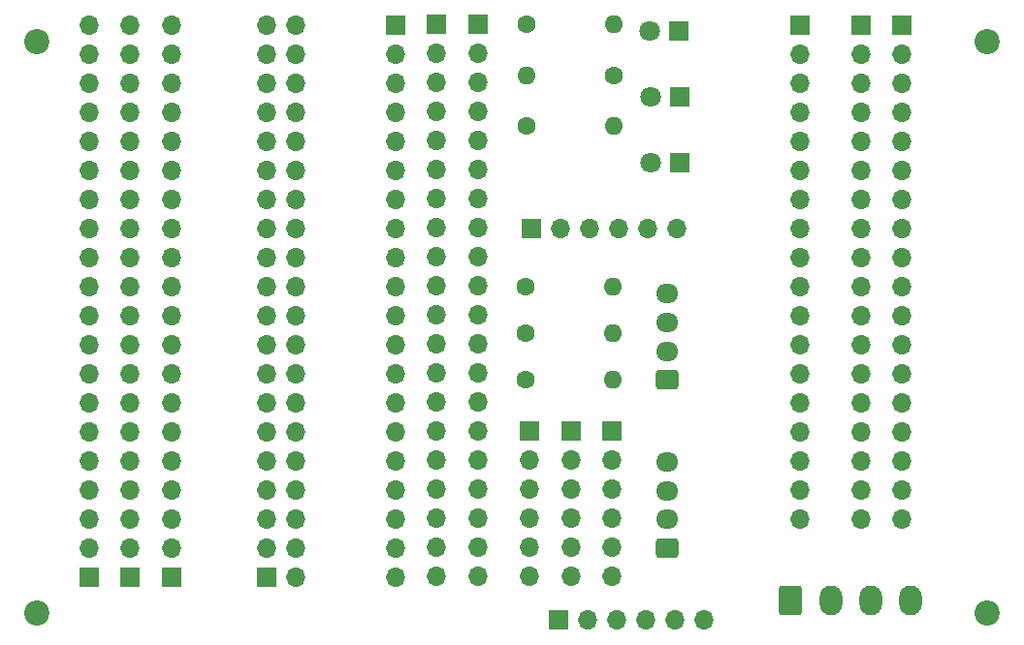
<source format=gbr>
%TF.GenerationSoftware,KiCad,Pcbnew,7.0.5-0*%
%TF.CreationDate,2023-10-01T14:36:37-07:00*%
%TF.ProjectId,FONA_pi,464f4e41-5f70-4692-9e6b-696361645f70,rev?*%
%TF.SameCoordinates,Original*%
%TF.FileFunction,Soldermask,Bot*%
%TF.FilePolarity,Negative*%
%FSLAX46Y46*%
G04 Gerber Fmt 4.6, Leading zero omitted, Abs format (unit mm)*
G04 Created by KiCad (PCBNEW 7.0.5-0) date 2023-10-01 14:36:37*
%MOMM*%
%LPD*%
G01*
G04 APERTURE LIST*
G04 Aperture macros list*
%AMRoundRect*
0 Rectangle with rounded corners*
0 $1 Rounding radius*
0 $2 $3 $4 $5 $6 $7 $8 $9 X,Y pos of 4 corners*
0 Add a 4 corners polygon primitive as box body*
4,1,4,$2,$3,$4,$5,$6,$7,$8,$9,$2,$3,0*
0 Add four circle primitives for the rounded corners*
1,1,$1+$1,$2,$3*
1,1,$1+$1,$4,$5*
1,1,$1+$1,$6,$7*
1,1,$1+$1,$8,$9*
0 Add four rect primitives between the rounded corners*
20,1,$1+$1,$2,$3,$4,$5,0*
20,1,$1+$1,$4,$5,$6,$7,0*
20,1,$1+$1,$6,$7,$8,$9,0*
20,1,$1+$1,$8,$9,$2,$3,0*%
G04 Aperture macros list end*
%ADD10R,1.700000X1.700000*%
%ADD11O,1.700000X1.700000*%
%ADD12C,1.600000*%
%ADD13O,1.600000X1.600000*%
%ADD14R,1.800000X1.800000*%
%ADD15C,1.800000*%
%ADD16RoundRect,0.250000X0.725000X-0.600000X0.725000X0.600000X-0.725000X0.600000X-0.725000X-0.600000X0*%
%ADD17O,1.950000X1.700000*%
%ADD18C,2.200000*%
%ADD19RoundRect,0.250000X-0.750000X-1.050000X0.750000X-1.050000X0.750000X1.050000X-0.750000X1.050000X0*%
%ADD20O,2.000000X2.600000*%
G04 APERTURE END LIST*
D10*
%TO.C,J5*%
X147955000Y-60934600D03*
D11*
X147955000Y-63474600D03*
X147955000Y-66014600D03*
X147955000Y-68554600D03*
X147955000Y-71094600D03*
X147955000Y-73634600D03*
X147955000Y-76174600D03*
X147955000Y-78714600D03*
X147955000Y-81254600D03*
X147955000Y-83794600D03*
X147955000Y-86334600D03*
X147955000Y-88874600D03*
X147955000Y-91414600D03*
X147955000Y-93954600D03*
X147955000Y-96494600D03*
X147955000Y-99034600D03*
X147955000Y-101574600D03*
X147955000Y-104114600D03*
%TD*%
D12*
%TO.C,R1*%
X124104400Y-69773800D03*
D13*
X131724400Y-69773800D03*
%TD*%
D10*
%TO.C,J13*%
X124383800Y-96418400D03*
D11*
X124383800Y-98958400D03*
X124383800Y-101498400D03*
X124383800Y-104038400D03*
X124383800Y-106578400D03*
X124383800Y-109118400D03*
%TD*%
D10*
%TO.C,J6*%
X153286400Y-60960000D03*
D11*
X153286400Y-63500000D03*
X153286400Y-66040000D03*
X153286400Y-68580000D03*
X153286400Y-71120000D03*
X153286400Y-73660000D03*
X153286400Y-76200000D03*
X153286400Y-78740000D03*
X153286400Y-81280000D03*
X153286400Y-83820000D03*
X153286400Y-86360000D03*
X153286400Y-88900000D03*
X153286400Y-91440000D03*
X153286400Y-93980000D03*
X153286400Y-96520000D03*
X153286400Y-99060000D03*
X153286400Y-101600000D03*
X153286400Y-104140000D03*
%TD*%
D12*
%TO.C,R6*%
X124053600Y-91922600D03*
D13*
X131673600Y-91922600D03*
%TD*%
D14*
%TO.C,D3*%
X137439400Y-72948800D03*
D15*
X134899400Y-72948800D03*
%TD*%
D12*
%TO.C,R3*%
X124104400Y-60883800D03*
D13*
X131724400Y-60883800D03*
%TD*%
D16*
%TO.C,J9*%
X136347200Y-106629200D03*
D17*
X136347200Y-104129200D03*
X136347200Y-101629200D03*
X136347200Y-99129200D03*
%TD*%
D12*
%TO.C,R2*%
X131724400Y-65328800D03*
D13*
X124104400Y-65328800D03*
%TD*%
D12*
%TO.C,R4*%
X124053600Y-83822600D03*
D13*
X131673600Y-83822600D03*
%TD*%
D18*
%TO.C,REF\u002A\u002A*%
X81360000Y-62340000D03*
%TD*%
%TO.C,REF\u002A\u002A*%
X164360000Y-112340000D03*
%TD*%
D10*
%TO.C,J15*%
X131523800Y-96418400D03*
D11*
X131523800Y-98958400D03*
X131523800Y-101498400D03*
X131523800Y-104038400D03*
X131523800Y-106578400D03*
X131523800Y-109118400D03*
%TD*%
D12*
%TO.C,R5*%
X124053600Y-87872600D03*
D13*
X131673600Y-87872600D03*
%TD*%
D10*
%TO.C,J2*%
X101447600Y-109169200D03*
D11*
X103987600Y-109169200D03*
X101447600Y-106629200D03*
X103987600Y-106629200D03*
X101447600Y-104089200D03*
X103987600Y-104089200D03*
X101447600Y-101549200D03*
X103987600Y-101549200D03*
X101447600Y-99009200D03*
X103987600Y-99009200D03*
X101447600Y-96469200D03*
X103987600Y-96469200D03*
X101447600Y-93929200D03*
X103987600Y-93929200D03*
X101447600Y-91389200D03*
X103987600Y-91389200D03*
X101447600Y-88849200D03*
X103987600Y-88849200D03*
X101447600Y-86309200D03*
X103987600Y-86309200D03*
X101447600Y-83769200D03*
X103987600Y-83769200D03*
X101447600Y-81229200D03*
X103987600Y-81229200D03*
X101447600Y-78689200D03*
X103987600Y-78689200D03*
X101447600Y-76149200D03*
X103987600Y-76149200D03*
X101447600Y-73609200D03*
X103987600Y-73609200D03*
X101447600Y-71069200D03*
X103987600Y-71069200D03*
X101447600Y-68529200D03*
X103987600Y-68529200D03*
X101447600Y-65989200D03*
X103987600Y-65989200D03*
X101447600Y-63449200D03*
X103987600Y-63449200D03*
X101447600Y-60909200D03*
X103987600Y-60909200D03*
%TD*%
D14*
%TO.C,D2*%
X137444400Y-67233800D03*
D15*
X134904400Y-67233800D03*
%TD*%
D18*
%TO.C,REF\u002A\u002A*%
X164360000Y-62340000D03*
%TD*%
D10*
%TO.C,J4*%
X119862600Y-60883800D03*
D11*
X119862600Y-63423800D03*
X119862600Y-65963800D03*
X119862600Y-68503800D03*
X119862600Y-71043800D03*
X119862600Y-73583800D03*
X119862600Y-76123800D03*
X119862600Y-78663800D03*
X119862600Y-81203800D03*
X119862600Y-83743800D03*
X119862600Y-86283800D03*
X119862600Y-88823800D03*
X119862600Y-91363800D03*
X119862600Y-93903800D03*
X119862600Y-96443800D03*
X119862600Y-98983800D03*
X119862600Y-101523800D03*
X119862600Y-104063800D03*
X119862600Y-106603800D03*
X119862600Y-109143800D03*
%TD*%
D10*
%TO.C,J17*%
X126898400Y-112928400D03*
D11*
X129438400Y-112928400D03*
X131978400Y-112928400D03*
X134518400Y-112928400D03*
X137058400Y-112928400D03*
X139598400Y-112928400D03*
%TD*%
D10*
%TO.C,J11*%
X89486800Y-109160000D03*
D11*
X89486800Y-106620000D03*
X89486800Y-104080000D03*
X89486800Y-101540000D03*
X89486800Y-99000000D03*
X89486800Y-96460000D03*
X89486800Y-93920000D03*
X89486800Y-91380000D03*
X89486800Y-88840000D03*
X89486800Y-86300000D03*
X89486800Y-83760000D03*
X89486800Y-81220000D03*
X89486800Y-78680000D03*
X89486800Y-76140000D03*
X89486800Y-73600000D03*
X89486800Y-71060000D03*
X89486800Y-68520000D03*
X89486800Y-65980000D03*
X89486800Y-63440000D03*
X89486800Y-60900000D03*
%TD*%
D10*
%TO.C,J12*%
X85877400Y-109160000D03*
D11*
X85877400Y-106620000D03*
X85877400Y-104080000D03*
X85877400Y-101540000D03*
X85877400Y-99000000D03*
X85877400Y-96460000D03*
X85877400Y-93920000D03*
X85877400Y-91380000D03*
X85877400Y-88840000D03*
X85877400Y-86300000D03*
X85877400Y-83760000D03*
X85877400Y-81220000D03*
X85877400Y-78680000D03*
X85877400Y-76140000D03*
X85877400Y-73600000D03*
X85877400Y-71060000D03*
X85877400Y-68520000D03*
X85877400Y-65980000D03*
X85877400Y-63440000D03*
X85877400Y-60900000D03*
%TD*%
D10*
%TO.C,J1*%
X93091000Y-109169200D03*
D11*
X93091000Y-106629200D03*
X93091000Y-104089200D03*
X93091000Y-101549200D03*
X93091000Y-99009200D03*
X93091000Y-96469200D03*
X93091000Y-93929200D03*
X93091000Y-91389200D03*
X93091000Y-88849200D03*
X93091000Y-86309200D03*
X93091000Y-83769200D03*
X93091000Y-81229200D03*
X93091000Y-78689200D03*
X93091000Y-76149200D03*
X93091000Y-73609200D03*
X93091000Y-71069200D03*
X93091000Y-68529200D03*
X93091000Y-65989200D03*
X93091000Y-63449200D03*
X93091000Y-60909200D03*
%TD*%
D10*
%TO.C,J8*%
X156870400Y-60960000D03*
D11*
X156870400Y-63500000D03*
X156870400Y-66040000D03*
X156870400Y-68580000D03*
X156870400Y-71120000D03*
X156870400Y-73660000D03*
X156870400Y-76200000D03*
X156870400Y-78740000D03*
X156870400Y-81280000D03*
X156870400Y-83820000D03*
X156870400Y-86360000D03*
X156870400Y-88900000D03*
X156870400Y-91440000D03*
X156870400Y-93980000D03*
X156870400Y-96520000D03*
X156870400Y-99060000D03*
X156870400Y-101600000D03*
X156870400Y-104140000D03*
%TD*%
D18*
%TO.C,REF\u002A\u002A*%
X81360000Y-112340000D03*
%TD*%
D16*
%TO.C,J10*%
X136347200Y-91929600D03*
D17*
X136347200Y-89429600D03*
X136347200Y-86929600D03*
X136347200Y-84429600D03*
%TD*%
D10*
%TO.C,J16*%
X124561600Y-78689200D03*
D11*
X127101600Y-78689200D03*
X129641600Y-78689200D03*
X132181600Y-78689200D03*
X134721600Y-78689200D03*
X137261600Y-78689200D03*
%TD*%
D10*
%TO.C,J3*%
X112649000Y-60960000D03*
D11*
X112649000Y-63500000D03*
X112649000Y-66040000D03*
X112649000Y-68580000D03*
X112649000Y-71120000D03*
X112649000Y-73660000D03*
X112649000Y-76200000D03*
X112649000Y-78740000D03*
X112649000Y-81280000D03*
X112649000Y-83820000D03*
X112649000Y-86360000D03*
X112649000Y-88900000D03*
X112649000Y-91440000D03*
X112649000Y-93980000D03*
X112649000Y-96520000D03*
X112649000Y-99060000D03*
X112649000Y-101600000D03*
X112649000Y-104140000D03*
X112649000Y-106680000D03*
X112649000Y-109220000D03*
%TD*%
D10*
%TO.C,J7*%
X116230400Y-60883800D03*
D11*
X116230400Y-63423800D03*
X116230400Y-65963800D03*
X116230400Y-68503800D03*
X116230400Y-71043800D03*
X116230400Y-73583800D03*
X116230400Y-76123800D03*
X116230400Y-78663800D03*
X116230400Y-81203800D03*
X116230400Y-83743800D03*
X116230400Y-86283800D03*
X116230400Y-88823800D03*
X116230400Y-91363800D03*
X116230400Y-93903800D03*
X116230400Y-96443800D03*
X116230400Y-98983800D03*
X116230400Y-101523800D03*
X116230400Y-104063800D03*
X116230400Y-106603800D03*
X116230400Y-109143800D03*
%TD*%
D14*
%TO.C,D1*%
X137414000Y-61468000D03*
D15*
X134874000Y-61468000D03*
%TD*%
D10*
%TO.C,J14*%
X127967800Y-96418400D03*
D11*
X127967800Y-98958400D03*
X127967800Y-101498400D03*
X127967800Y-104038400D03*
X127967800Y-106578400D03*
X127967800Y-109118400D03*
%TD*%
D19*
%TO.C,J18*%
X147167600Y-111201200D03*
D20*
X150667600Y-111201200D03*
X154167600Y-111201200D03*
X157667600Y-111201200D03*
%TD*%
M02*

</source>
